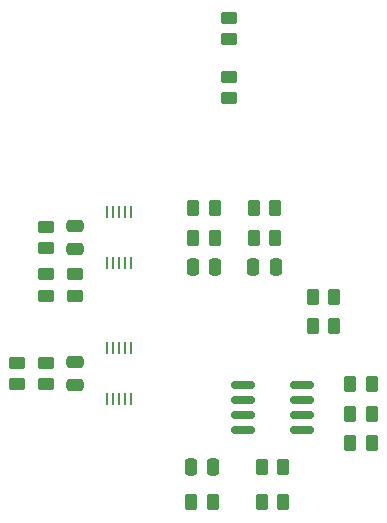
<source format=gbr>
%TF.GenerationSoftware,KiCad,Pcbnew,7.0.8*%
%TF.CreationDate,2024-02-01T14:46:05+01:00*%
%TF.ProjectId,SMD Microcontroller Schematics,534d4420-4d69-4637-926f-636f6e74726f,rev?*%
%TF.SameCoordinates,Original*%
%TF.FileFunction,Paste,Top*%
%TF.FilePolarity,Positive*%
%FSLAX46Y46*%
G04 Gerber Fmt 4.6, Leading zero omitted, Abs format (unit mm)*
G04 Created by KiCad (PCBNEW 7.0.8) date 2024-02-01 14:46:05*
%MOMM*%
%LPD*%
G01*
G04 APERTURE LIST*
G04 Aperture macros list*
%AMRoundRect*
0 Rectangle with rounded corners*
0 $1 Rounding radius*
0 $2 $3 $4 $5 $6 $7 $8 $9 X,Y pos of 4 corners*
0 Add a 4 corners polygon primitive as box body*
4,1,4,$2,$3,$4,$5,$6,$7,$8,$9,$2,$3,0*
0 Add four circle primitives for the rounded corners*
1,1,$1+$1,$2,$3*
1,1,$1+$1,$4,$5*
1,1,$1+$1,$6,$7*
1,1,$1+$1,$8,$9*
0 Add four rect primitives between the rounded corners*
20,1,$1+$1,$2,$3,$4,$5,0*
20,1,$1+$1,$4,$5,$6,$7,0*
20,1,$1+$1,$6,$7,$8,$9,0*
20,1,$1+$1,$8,$9,$2,$3,0*%
G04 Aperture macros list end*
%ADD10RoundRect,0.150000X0.825000X0.150000X-0.825000X0.150000X-0.825000X-0.150000X0.825000X-0.150000X0*%
%ADD11RoundRect,0.250000X-0.450000X0.262500X-0.450000X-0.262500X0.450000X-0.262500X0.450000X0.262500X0*%
%ADD12RoundRect,0.250000X0.250000X0.475000X-0.250000X0.475000X-0.250000X-0.475000X0.250000X-0.475000X0*%
%ADD13R,0.250000X1.100000*%
%ADD14RoundRect,0.250000X0.475000X-0.250000X0.475000X0.250000X-0.475000X0.250000X-0.475000X-0.250000X0*%
%ADD15RoundRect,0.250000X-0.262500X-0.450000X0.262500X-0.450000X0.262500X0.450000X-0.262500X0.450000X0*%
%ADD16RoundRect,0.250000X0.262500X0.450000X-0.262500X0.450000X-0.262500X-0.450000X0.262500X-0.450000X0*%
%ADD17RoundRect,0.250000X-0.475000X0.250000X-0.475000X-0.250000X0.475000X-0.250000X0.475000X0.250000X0*%
%ADD18RoundRect,0.250000X0.450000X-0.262500X0.450000X0.262500X-0.450000X0.262500X-0.450000X-0.262500X0*%
%ADD19RoundRect,0.250000X-0.250000X-0.475000X0.250000X-0.475000X0.250000X0.475000X-0.250000X0.475000X0*%
G04 APERTURE END LIST*
D10*
%TO.C,U2*%
X91675000Y-67305000D03*
X91675000Y-66035000D03*
X91675000Y-64765000D03*
X91675000Y-63495000D03*
X86725000Y-63495000D03*
X86725000Y-64765000D03*
X86725000Y-66035000D03*
X86725000Y-67305000D03*
%TD*%
D11*
%TO.C,R18*%
X70000000Y-54087500D03*
X70000000Y-55912500D03*
%TD*%
D12*
%TO.C,C2*%
X89450000Y-53500000D03*
X87550000Y-53500000D03*
%TD*%
D13*
%TO.C,U5*%
X75200000Y-64650000D03*
X75700000Y-64650000D03*
X76200000Y-64650000D03*
X76700000Y-64650000D03*
X77200000Y-64650000D03*
X77200000Y-60350000D03*
X76700000Y-60350000D03*
X76200000Y-60350000D03*
X75700000Y-60350000D03*
X75200000Y-60350000D03*
%TD*%
D14*
%TO.C,C4*%
X72500000Y-51950000D03*
X72500000Y-50050000D03*
%TD*%
D15*
%TO.C,R8*%
X95787500Y-65900000D03*
X97612500Y-65900000D03*
%TD*%
%TO.C,R11*%
X88287500Y-73400000D03*
X90112500Y-73400000D03*
%TD*%
%TO.C,R3*%
X87587500Y-48500000D03*
X89412500Y-48500000D03*
%TD*%
D16*
%TO.C,R1*%
X84325000Y-48500000D03*
X82500000Y-48500000D03*
%TD*%
D17*
%TO.C,C5*%
X72500000Y-61550000D03*
X72500000Y-63450000D03*
%TD*%
D13*
%TO.C,U4*%
X77200000Y-48850000D03*
X76700000Y-48850000D03*
X76200000Y-48850000D03*
X75700000Y-48850000D03*
X75200000Y-48850000D03*
X75200000Y-53150000D03*
X75700000Y-53150000D03*
X76200000Y-53150000D03*
X76700000Y-53150000D03*
X77200000Y-53150000D03*
%TD*%
D15*
%TO.C,R9*%
X95787500Y-68400000D03*
X97612500Y-68400000D03*
%TD*%
D11*
%TO.C,R19*%
X72500000Y-54087500D03*
X72500000Y-55912500D03*
%TD*%
D15*
%TO.C,R6*%
X92587500Y-56000000D03*
X94412500Y-56000000D03*
%TD*%
D11*
%TO.C,R17*%
X70000000Y-61587500D03*
X70000000Y-63412500D03*
%TD*%
D18*
%TO.C,R16*%
X70000000Y-51912500D03*
X70000000Y-50087500D03*
%TD*%
D19*
%TO.C,C1*%
X82462500Y-53500000D03*
X84362500Y-53500000D03*
%TD*%
D18*
%TO.C,R12*%
X85500000Y-39212500D03*
X85500000Y-37387500D03*
%TD*%
D11*
%TO.C,R15*%
X67600000Y-61587500D03*
X67600000Y-63412500D03*
%TD*%
D15*
%TO.C,R5*%
X92587500Y-58500000D03*
X94412500Y-58500000D03*
%TD*%
D12*
%TO.C,C3*%
X84150000Y-70400000D03*
X82250000Y-70400000D03*
%TD*%
D16*
%TO.C,R14*%
X84112500Y-73400000D03*
X82287500Y-73400000D03*
%TD*%
D15*
%TO.C,R2*%
X82500000Y-51000000D03*
X84325000Y-51000000D03*
%TD*%
D16*
%TO.C,R10*%
X90112500Y-70400000D03*
X88287500Y-70400000D03*
%TD*%
D11*
%TO.C,R13*%
X85500000Y-32387500D03*
X85500000Y-34212500D03*
%TD*%
D15*
%TO.C,R7*%
X95787500Y-63400000D03*
X97612500Y-63400000D03*
%TD*%
D16*
%TO.C,R4*%
X89412500Y-51000000D03*
X87587500Y-51000000D03*
%TD*%
M02*

</source>
